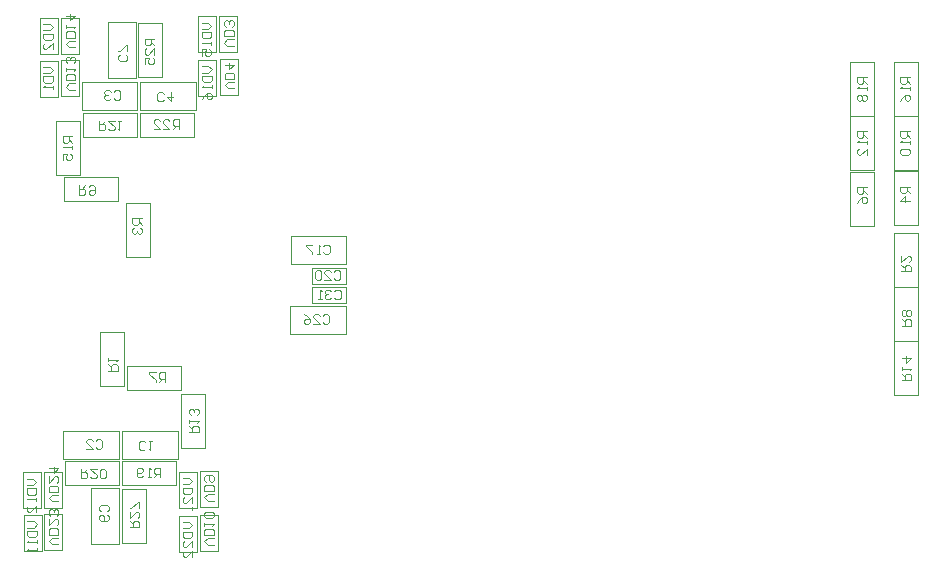
<source format=gbr>
%TF.GenerationSoftware,Altium Limited,Altium Designer,21.6.4 (81)*%
G04 Layer_Color=32896*
%FSLAX43Y43*%
%MOMM*%
%TF.SameCoordinates,C39744A4-4465-455E-AB15-BAA165A4C254*%
%TF.FilePolarity,Positive*%
%TF.FileFunction,Other,Bottom_Assembly*%
%TF.Part,Single*%
G01*
G75*
%TA.AperFunction,NonConductor*%
%ADD49C,0.100*%
D49*
X14983Y12670D02*
X19683D01*
X14983Y10320D02*
X19683D01*
Y12670D01*
X14983Y10320D02*
Y12670D01*
X78664Y39345D02*
Y43917D01*
X76632Y39345D02*
Y43917D01*
Y39345D02*
X78664D01*
X76632Y43917D02*
X78664D01*
Y34772D02*
Y39344D01*
X76632Y34772D02*
Y39344D01*
Y34772D02*
X78664D01*
X76632Y39344D02*
X78664D01*
Y30023D02*
Y34595D01*
X76632Y30023D02*
Y34595D01*
Y30023D02*
X78664D01*
X76632Y34595D02*
X78664D01*
X29209Y20885D02*
X33909D01*
X29209Y23235D02*
X33909D01*
X29209Y20885D02*
Y23235D01*
X33909Y20885D02*
Y23235D01*
Y25131D02*
Y26481D01*
X31059Y25131D02*
Y26481D01*
X33909D01*
X31059Y25131D02*
X33909D01*
X33963Y26786D02*
Y29136D01*
X29263Y26786D02*
Y29136D01*
X33963D01*
X29263Y26786D02*
X33963D01*
X33936Y23494D02*
Y24844D01*
X31086Y23494D02*
Y24844D01*
X33936D01*
X31086Y23494D02*
X33936D01*
X21532Y6221D02*
Y9269D01*
X23056Y6221D02*
Y9269D01*
X21532D02*
X23056D01*
X21532Y6221D02*
X23056D01*
X80315Y20269D02*
X82347D01*
X80315Y24841D02*
X82347D01*
Y20269D02*
Y24841D01*
X80315Y20269D02*
Y24841D01*
X80289Y24867D02*
X82321D01*
X80289Y29439D02*
X82321D01*
Y24867D02*
Y29439D01*
X80289Y24867D02*
Y29439D01*
Y34646D02*
X82321D01*
X80289Y30074D02*
X82321D01*
X80289D02*
Y34646D01*
X82321Y30074D02*
Y34646D01*
X15261Y31979D02*
X17293D01*
X15261Y27407D02*
X17293D01*
X15261D02*
Y31979D01*
X17293Y27407D02*
Y31979D01*
X14691Y3102D02*
Y7802D01*
X12341Y3102D02*
Y7802D01*
Y3102D02*
X14691D01*
X12341Y7802D02*
X14691D01*
X13132Y16459D02*
X15164D01*
X13132Y21031D02*
X15164D01*
Y16459D02*
Y21031D01*
X13132Y16459D02*
Y21031D01*
X21303Y6161D02*
Y9209D01*
X19779Y6161D02*
Y9209D01*
Y6161D02*
X21303D01*
X19779Y9209D02*
X21303D01*
X80315Y15672D02*
Y20244D01*
X82347Y15672D02*
Y20244D01*
X80315D02*
X82347D01*
X80315Y15672D02*
X82347D01*
X19929Y16154D02*
Y18186D01*
X15357Y16154D02*
Y18186D01*
X19929D01*
X15357Y16154D02*
X19929D01*
X19973Y11243D02*
X22005D01*
X19973Y15815D02*
X22005D01*
Y11243D02*
Y15815D01*
X19973Y11243D02*
Y15815D01*
X8103Y6112D02*
Y9160D01*
X6579Y6112D02*
Y9160D01*
Y6112D02*
X8103D01*
X6579Y9160D02*
X8103D01*
X8356Y6137D02*
Y9185D01*
X9880Y6137D02*
Y9185D01*
X8356D02*
X9880D01*
X8356Y6137D02*
X9880D01*
X8356Y2540D02*
Y5588D01*
X9880Y2540D02*
Y5588D01*
X8356D02*
X9880D01*
X8356Y2540D02*
X9880D01*
X8153Y2514D02*
Y5562D01*
X6629Y2514D02*
Y5562D01*
Y2514D02*
X8153D01*
X6629Y5562D02*
X8153D01*
X14943Y3191D02*
X16975D01*
X14943Y7763D02*
X16975D01*
Y3191D02*
Y7763D01*
X14943Y3191D02*
Y7763D01*
Y8068D02*
X19515D01*
X14943Y10100D02*
X19515D01*
X14943Y8068D02*
Y10100D01*
X19515Y8068D02*
Y10100D01*
X14691Y10320D02*
Y12670D01*
X9991Y10320D02*
Y12670D01*
X14691D01*
X9991Y10320D02*
X14691D01*
X10168Y10100D02*
X14740D01*
X10168Y8068D02*
X14740D01*
Y10100D01*
X10168Y8068D02*
Y10100D01*
X21303Y2437D02*
Y5485D01*
X19779Y2437D02*
Y5485D01*
Y2437D02*
X21303D01*
X19779Y5485D02*
X21303D01*
X21533Y2488D02*
Y5536D01*
X23057Y2488D02*
Y5536D01*
X21533D02*
X23057D01*
X21533Y2488D02*
X23057D01*
X9785Y40998D02*
Y44046D01*
X11309Y40998D02*
Y44046D01*
X9785D02*
X11309D01*
X9785Y40998D02*
X11309D01*
X9363Y38913D02*
X11395D01*
X9363Y34341D02*
X11395D01*
X9363D02*
Y38913D01*
X11395Y34341D02*
Y38913D01*
X10024Y32087D02*
Y34119D01*
X14596Y32087D02*
Y34119D01*
X10024Y32087D02*
X14596D01*
X10024Y34119D02*
X14596D01*
X11700Y37566D02*
Y39598D01*
X16272Y37566D02*
Y39598D01*
X11700Y37566D02*
X16272D01*
X11700Y39598D02*
X16272D01*
X23240Y41122D02*
Y44170D01*
X24764Y41122D02*
Y44170D01*
X23240D02*
X24764D01*
X23240Y41122D02*
X24764D01*
X16521Y39852D02*
Y42202D01*
X21221Y39852D02*
Y42202D01*
X16521Y39852D02*
X21221D01*
X16521Y42202D02*
X21221D01*
X9505Y44608D02*
Y47656D01*
X7981Y44608D02*
Y47656D01*
Y44608D02*
X9505D01*
X7981Y47656D02*
X9505D01*
X80289Y39344D02*
X82321D01*
X80289Y34772D02*
X82321D01*
X80289D02*
Y39344D01*
X82321Y34772D02*
Y39344D01*
X16510Y37566D02*
X21082D01*
X16510Y39598D02*
X21082D01*
X16510Y37566D02*
Y39598D01*
X21082Y37566D02*
Y39598D01*
X80289Y43917D02*
X82321D01*
X80289Y39345D02*
X82321D01*
X80289D02*
Y43917D01*
X82321Y39345D02*
Y43917D01*
X23190Y44732D02*
Y47780D01*
X24714Y44732D02*
Y47780D01*
X23190D02*
X24714D01*
X23190Y44732D02*
X24714D01*
X22905D02*
Y47780D01*
X21381Y44732D02*
Y47780D01*
Y44732D02*
X22905D01*
X21381Y47780D02*
X22905D01*
X22960Y41039D02*
Y44087D01*
X21436Y41039D02*
Y44087D01*
Y41039D02*
X22960D01*
X21436Y44087D02*
X22960D01*
X18355Y42599D02*
Y47171D01*
X16323Y42599D02*
Y47171D01*
Y42599D02*
X18355D01*
X16323Y47171D02*
X18355D01*
X13776Y42566D02*
X16126D01*
X13776Y47266D02*
X16126D01*
Y42566D02*
Y47266D01*
X13776Y42566D02*
Y47266D01*
X11534Y39864D02*
X16234D01*
X11534Y42214D02*
X16234D01*
X11534Y39864D02*
Y42214D01*
X16234Y39864D02*
Y42214D01*
X9505Y40973D02*
Y44021D01*
X7981Y40973D02*
Y44021D01*
Y40973D02*
X9505D01*
X7981Y44021D02*
X9505D01*
X9785Y44609D02*
Y47657D01*
X11309Y44609D02*
Y47657D01*
X9785D02*
X11309D01*
X9785Y44609D02*
X11309D01*
X16941Y11154D02*
X16808Y11020D01*
X16541D01*
X16408Y11154D01*
Y11687D01*
X16541Y11820D01*
X16808D01*
X16941Y11687D01*
X17208Y11820D02*
X17475D01*
X17341D01*
Y11020D01*
X17208Y11154D01*
X77998Y42606D02*
X77198D01*
Y42206D01*
X77331Y42072D01*
X77598D01*
X77731Y42206D01*
Y42606D01*
Y42339D02*
X77998Y42072D01*
Y41806D02*
Y41539D01*
Y41673D01*
X77198D01*
X77331Y41806D01*
Y41139D02*
X77198Y41006D01*
Y40740D01*
X77331Y40606D01*
X77465D01*
X77598Y40740D01*
X77731Y40606D01*
X77865D01*
X77998Y40740D01*
Y41006D01*
X77865Y41139D01*
X77731D01*
X77598Y41006D01*
X77465Y41139D01*
X77331D01*
X77598Y41006D02*
Y40740D01*
X77998Y38033D02*
X77198D01*
Y37634D01*
X77331Y37500D01*
X77598D01*
X77731Y37634D01*
Y38033D01*
Y37767D02*
X77998Y37500D01*
Y37234D02*
Y36967D01*
Y37100D01*
X77198D01*
X77331Y37234D01*
X77998Y36034D02*
Y36567D01*
X77465Y36034D01*
X77331D01*
X77198Y36167D01*
Y36434D01*
X77331Y36567D01*
X77998Y33284D02*
X77198D01*
Y32884D01*
X77331Y32751D01*
X77598D01*
X77731Y32884D01*
Y33284D01*
Y33017D02*
X77998Y32751D01*
X77198Y31951D02*
X77331Y32217D01*
X77598Y32484D01*
X77865D01*
X77998Y32351D01*
Y32084D01*
X77865Y31951D01*
X77731D01*
X77598Y32084D01*
Y32484D01*
X31951Y22402D02*
X32084Y22535D01*
X32351D01*
X32484Y22402D01*
Y21869D01*
X32351Y21735D01*
X32084D01*
X31951Y21869D01*
X31151Y21735D02*
X31684D01*
X31151Y22269D01*
Y22402D01*
X31285Y22535D01*
X31551D01*
X31684Y22402D01*
X30352Y22535D02*
X30618Y22402D01*
X30885Y22135D01*
Y21869D01*
X30751Y21735D01*
X30485D01*
X30352Y21869D01*
Y22002D01*
X30485Y22135D01*
X30885D01*
X32901Y26123D02*
X33034Y26256D01*
X33301D01*
X33434Y26123D01*
Y25590D01*
X33301Y25456D01*
X33034D01*
X32901Y25590D01*
X32101Y25456D02*
X32634D01*
X32101Y25990D01*
Y26123D01*
X32235Y26256D01*
X32501D01*
X32634Y26123D01*
X31835D02*
X31701Y26256D01*
X31435D01*
X31302Y26123D01*
Y25590D01*
X31435Y25456D01*
X31701D01*
X31835Y25590D01*
Y26123D01*
X32004Y28302D02*
X32138Y28436D01*
X32404D01*
X32538Y28302D01*
Y27769D01*
X32404Y27636D01*
X32138D01*
X32004Y27769D01*
X31738Y27636D02*
X31471D01*
X31604D01*
Y28436D01*
X31738Y28302D01*
X31071Y28436D02*
X30538D01*
Y28302D01*
X31071Y27769D01*
Y27636D01*
X32928Y24485D02*
X33062Y24618D01*
X33328D01*
X33461Y24485D01*
Y23952D01*
X33328Y23819D01*
X33062D01*
X32928Y23952D01*
X32662Y24485D02*
X32528Y24618D01*
X32262D01*
X32129Y24485D01*
Y24352D01*
X32262Y24219D01*
X32395D01*
X32262D01*
X32129Y24085D01*
Y23952D01*
X32262Y23819D01*
X32528D01*
X32662Y23952D01*
X31862Y23819D02*
X31595D01*
X31729D01*
Y24618D01*
X31862Y24485D01*
X22744Y6770D02*
X22211D01*
X21944Y7037D01*
X22211Y7303D01*
X22744D01*
Y7570D02*
X21944D01*
Y7970D01*
X22077Y8103D01*
X22611D01*
X22744Y7970D01*
Y7570D01*
X22077Y8370D02*
X21944Y8503D01*
Y8770D01*
X22077Y8903D01*
X22611D01*
X22744Y8770D01*
Y8503D01*
X22611Y8370D01*
X22477D01*
X22344Y8503D01*
Y8903D01*
X80981Y21580D02*
X81781D01*
Y21980D01*
X81647Y22113D01*
X81381D01*
X81247Y21980D01*
Y21580D01*
Y21847D02*
X80981Y22113D01*
X81647Y22380D02*
X81781Y22513D01*
Y22780D01*
X81647Y22913D01*
X81514D01*
X81381Y22780D01*
X81247Y22913D01*
X81114D01*
X80981Y22780D01*
Y22513D01*
X81114Y22380D01*
X81247D01*
X81381Y22513D01*
X81514Y22380D01*
X81647D01*
X81381Y22513D02*
Y22780D01*
X80955Y26178D02*
X81755D01*
Y26577D01*
X81622Y26711D01*
X81355D01*
X81222Y26577D01*
Y26178D01*
Y26444D02*
X80955Y26711D01*
Y27510D02*
Y26977D01*
X81489Y27510D01*
X81622D01*
X81755Y27377D01*
Y27111D01*
X81622Y26977D01*
X81655Y33335D02*
X80856D01*
Y32935D01*
X80989Y32801D01*
X81256D01*
X81389Y32935D01*
Y33335D01*
Y33068D02*
X81655Y32801D01*
Y32135D02*
X80856D01*
X81256Y32535D01*
Y32002D01*
X16627Y30668D02*
X15828D01*
Y30268D01*
X15961Y30134D01*
X16228D01*
X16361Y30268D01*
Y30668D01*
Y30401D02*
X16627Y30134D01*
X15961Y29868D02*
X15828Y29735D01*
Y29468D01*
X15961Y29335D01*
X16094D01*
X16228Y29468D01*
Y29601D01*
Y29468D01*
X16361Y29335D01*
X16494D01*
X16627Y29468D01*
Y29735D01*
X16494Y29868D01*
X13174Y5844D02*
X13041Y5977D01*
Y6244D01*
X13174Y6377D01*
X13708D01*
X13841Y6244D01*
Y5977D01*
X13708Y5844D01*
Y5577D02*
X13841Y5444D01*
Y5177D01*
X13708Y5044D01*
X13174D01*
X13041Y5177D01*
Y5444D01*
X13174Y5577D01*
X13308D01*
X13441Y5444D01*
Y5044D01*
X13798Y17770D02*
X14598D01*
Y18170D01*
X14464Y18303D01*
X14198D01*
X14064Y18170D01*
Y17770D01*
Y18037D02*
X13798Y18303D01*
Y18570D02*
Y18837D01*
Y18703D01*
X14598D01*
X14464Y18570D01*
X20091Y8660D02*
X20624D01*
X20891Y8393D01*
X20624Y8126D01*
X20091D01*
Y7860D02*
X20891D01*
Y7460D01*
X20758Y7327D01*
X20225D01*
X20091Y7460D01*
Y7860D01*
X20891Y6527D02*
Y7060D01*
X20358Y6527D01*
X20225D01*
X20091Y6660D01*
Y6927D01*
X20225Y7060D01*
X20891Y6260D02*
Y5994D01*
Y6127D01*
X20091D01*
X20225Y6260D01*
X80981Y16983D02*
X81781D01*
Y17383D01*
X81647Y17516D01*
X81381D01*
X81247Y17383D01*
Y16983D01*
Y17249D02*
X80981Y17516D01*
Y17783D02*
Y18049D01*
Y17916D01*
X81781D01*
X81647Y17783D01*
X80981Y18849D02*
X81781D01*
X81381Y18449D01*
Y18982D01*
X18618Y16820D02*
Y17620D01*
X18218D01*
X18085Y17487D01*
Y17220D01*
X18218Y17087D01*
X18618D01*
X18351D02*
X18085Y16820D01*
X17818Y17620D02*
X17285D01*
Y17487D01*
X17818Y16954D01*
Y16820D01*
X20639Y12554D02*
X21438D01*
Y12954D01*
X21305Y13087D01*
X21038D01*
X20905Y12954D01*
Y12554D01*
Y12821D02*
X20639Y13087D01*
Y13354D02*
Y13620D01*
Y13487D01*
X21438D01*
X21305Y13354D01*
Y14020D02*
X21438Y14154D01*
Y14420D01*
X21305Y14553D01*
X21172D01*
X21038Y14420D01*
Y14287D01*
Y14420D01*
X20905Y14553D01*
X20772D01*
X20639Y14420D01*
Y14154D01*
X20772Y14020D01*
X6891Y8611D02*
X7424D01*
X7691Y8344D01*
X7424Y8078D01*
X6891D01*
Y7811D02*
X7691D01*
Y7411D01*
X7558Y7278D01*
X7024D01*
X6891Y7411D01*
Y7811D01*
X7691Y7011D02*
Y6745D01*
Y6878D01*
X6891D01*
X7024Y7011D01*
X7691Y5812D02*
Y6345D01*
X7158Y5812D01*
X7024D01*
X6891Y5945D01*
Y6212D01*
X7024Y6345D01*
X9568Y6686D02*
X9035D01*
X8768Y6953D01*
X9035Y7219D01*
X9568D01*
Y7486D02*
X8768D01*
Y7886D01*
X8902Y8019D01*
X9435D01*
X9568Y7886D01*
Y7486D01*
X8768Y8819D02*
Y8286D01*
X9302Y8819D01*
X9435D01*
X9568Y8686D01*
Y8419D01*
X9435Y8286D01*
X8768Y9485D02*
X9568D01*
X9168Y9085D01*
Y9619D01*
X9568Y3089D02*
X9035D01*
X8768Y3355D01*
X9035Y3622D01*
X9568D01*
Y3889D02*
X8768D01*
Y4288D01*
X8902Y4422D01*
X9435D01*
X9568Y4288D01*
Y3889D01*
X8768Y5221D02*
Y4688D01*
X9301Y5221D01*
X9435D01*
X9568Y5088D01*
Y4822D01*
X9435Y4688D01*
Y5488D02*
X9568Y5621D01*
Y5888D01*
X9435Y6021D01*
X9301D01*
X9168Y5888D01*
Y5755D01*
Y5888D01*
X9035Y6021D01*
X8902D01*
X8768Y5888D01*
Y5621D01*
X8902Y5488D01*
X6942Y5013D02*
X7475D01*
X7741Y4747D01*
X7475Y4480D01*
X6942D01*
Y4214D02*
X7741D01*
Y3814D01*
X7608Y3680D01*
X7075D01*
X6942Y3814D01*
Y4214D01*
X7741Y3414D02*
Y3147D01*
Y3281D01*
X6942D01*
X7075Y3414D01*
X7741Y2747D02*
Y2481D01*
Y2614D01*
X6942D01*
X7075Y2747D01*
X15609Y4502D02*
X16409D01*
Y4902D01*
X16276Y5035D01*
X16009D01*
X15876Y4902D01*
Y4502D01*
Y4769D02*
X15609Y5035D01*
Y5835D02*
Y5302D01*
X16143Y5835D01*
X16276D01*
X16409Y5702D01*
Y5435D01*
X16276Y5302D01*
X16409Y6102D02*
Y6635D01*
X16276D01*
X15743Y6102D01*
X15609D01*
X18204Y8734D02*
Y9534D01*
X17805D01*
X17671Y9401D01*
Y9134D01*
X17805Y9001D01*
X18204D01*
X17938D02*
X17671Y8734D01*
X17405D02*
X17138D01*
X17271D01*
Y9534D01*
X17405Y9401D01*
X16738Y8867D02*
X16605Y8734D01*
X16338D01*
X16205Y8867D01*
Y9401D01*
X16338Y9534D01*
X16605D01*
X16738Y9401D01*
Y9267D01*
X16605Y9134D01*
X16205D01*
X12733Y11837D02*
X12866Y11970D01*
X13133D01*
X13266Y11837D01*
Y11303D01*
X13133Y11170D01*
X12866D01*
X12733Y11303D01*
X11933Y11170D02*
X12466D01*
X11933Y11703D01*
Y11837D01*
X12066Y11970D01*
X12333D01*
X12466Y11837D01*
X11479Y9434D02*
Y8634D01*
X11879D01*
X12012Y8768D01*
Y9034D01*
X11879Y9167D01*
X11479D01*
X11746D02*
X12012Y9434D01*
X12812D02*
X12279D01*
X12812Y8901D01*
Y8768D01*
X12679Y8634D01*
X12412D01*
X12279Y8768D01*
X13079D02*
X13212Y8634D01*
X13479D01*
X13612Y8768D01*
Y9301D01*
X13479Y9434D01*
X13212D01*
X13079Y9301D01*
Y8768D01*
X20091Y4936D02*
X20624D01*
X20891Y4669D01*
X20624Y4403D01*
X20091D01*
Y4136D02*
X20891D01*
Y3736D01*
X20758Y3603D01*
X20225D01*
X20091Y3736D01*
Y4136D01*
X20891Y2803D02*
Y3336D01*
X20358Y2803D01*
X20225D01*
X20091Y2936D01*
Y3203D01*
X20225Y3336D01*
X20891Y2003D02*
Y2536D01*
X20358Y2003D01*
X20225D01*
X20091Y2137D01*
Y2403D01*
X20225Y2536D01*
X22744Y3037D02*
X22211D01*
X21945Y3303D01*
X22211Y3570D01*
X22744D01*
Y3836D02*
X21945D01*
Y4236D01*
X22078Y4369D01*
X22611D01*
X22744Y4236D01*
Y3836D01*
X21945Y4636D02*
Y4903D01*
Y4769D01*
X22744D01*
X22611Y4636D01*
Y5302D02*
X22744Y5436D01*
Y5702D01*
X22611Y5836D01*
X22078D01*
X21945Y5702D01*
Y5436D01*
X22078Y5302D01*
X22611D01*
X10997Y41547D02*
X10463D01*
X10197Y41814D01*
X10463Y42080D01*
X10997D01*
Y42347D02*
X10197D01*
Y42747D01*
X10330Y42880D01*
X10863D01*
X10997Y42747D01*
Y42347D01*
X10197Y43147D02*
Y43413D01*
Y43280D01*
X10997D01*
X10863Y43147D01*
Y43813D02*
X10997Y43946D01*
Y44213D01*
X10863Y44346D01*
X10730D01*
X10597Y44213D01*
Y44080D01*
Y44213D01*
X10463Y44346D01*
X10330D01*
X10197Y44213D01*
Y43946D01*
X10330Y43813D01*
X10729Y37602D02*
X9929D01*
Y37202D01*
X10063Y37068D01*
X10329D01*
X10463Y37202D01*
Y37602D01*
Y37335D02*
X10729Y37068D01*
Y36802D02*
Y36535D01*
Y36669D01*
X9929D01*
X10063Y36802D01*
X9929Y35602D02*
Y36135D01*
X10329D01*
X10196Y35869D01*
Y35736D01*
X10329Y35602D01*
X10596D01*
X10729Y35736D01*
Y36002D01*
X10596Y36135D01*
X11335Y33453D02*
Y32653D01*
X11734D01*
X11868Y32786D01*
Y33053D01*
X11734Y33186D01*
X11335D01*
X11601D02*
X11868Y33453D01*
X12134Y33319D02*
X12268Y33453D01*
X12534D01*
X12667Y33319D01*
Y32786D01*
X12534Y32653D01*
X12268D01*
X12134Y32786D01*
Y32919D01*
X12268Y33053D01*
X12667D01*
X13011Y38932D02*
Y38133D01*
X13411D01*
X13544Y38266D01*
Y38533D01*
X13411Y38666D01*
X13011D01*
X13278D02*
X13544Y38932D01*
X14344D02*
X13811D01*
X14344Y38399D01*
Y38266D01*
X14211Y38133D01*
X13944D01*
X13811Y38266D01*
X14610Y38932D02*
X14877D01*
X14744D01*
Y38133D01*
X14610Y38266D01*
X24452Y41671D02*
X23918D01*
X23652Y41937D01*
X23918Y42204D01*
X24452D01*
Y42470D02*
X23652D01*
Y42870D01*
X23785Y43003D01*
X24318D01*
X24452Y42870D01*
Y42470D01*
X23652Y43670D02*
X24452D01*
X24052Y43270D01*
Y43803D01*
X18479Y40686D02*
X18346Y40553D01*
X18079D01*
X17946Y40686D01*
Y41219D01*
X18079Y41352D01*
X18346D01*
X18479Y41219D01*
X19145Y41352D02*
Y40553D01*
X18746Y40952D01*
X19279D01*
X8294Y47107D02*
X8827D01*
X9093Y46841D01*
X8827Y46574D01*
X8294D01*
Y46308D02*
X9093D01*
Y45908D01*
X8960Y45775D01*
X8427D01*
X8294Y45908D01*
Y46308D01*
X9093Y44975D02*
Y45508D01*
X8560Y44975D01*
X8427D01*
X8294Y45108D01*
Y45375D01*
X8427Y45508D01*
X81655Y38033D02*
X80856D01*
Y37634D01*
X80989Y37500D01*
X81256D01*
X81389Y37634D01*
Y38033D01*
Y37767D02*
X81655Y37500D01*
Y37234D02*
Y36967D01*
Y37100D01*
X80856D01*
X80989Y37234D01*
Y36567D02*
X80856Y36434D01*
Y36167D01*
X80989Y36034D01*
X81522D01*
X81655Y36167D01*
Y36434D01*
X81522Y36567D01*
X80989D01*
X19771Y38232D02*
Y39032D01*
X19371D01*
X19238Y38899D01*
Y38632D01*
X19371Y38499D01*
X19771D01*
X19504D02*
X19238Y38232D01*
X18438D02*
X18971D01*
X18438Y38765D01*
Y38899D01*
X18571Y39032D01*
X18838D01*
X18971Y38899D01*
X17638Y38232D02*
X18171D01*
X17638Y38765D01*
Y38899D01*
X17771Y39032D01*
X18038D01*
X18171Y38899D01*
X81655Y42606D02*
X80856D01*
Y42206D01*
X80989Y42072D01*
X81256D01*
X81389Y42206D01*
Y42606D01*
Y42339D02*
X81655Y42072D01*
Y41806D02*
Y41539D01*
Y41673D01*
X80856D01*
X80989Y41806D01*
X80856Y40606D02*
X80989Y40873D01*
X81256Y41139D01*
X81522D01*
X81655Y41006D01*
Y40740D01*
X81522Y40606D01*
X81389D01*
X81256Y40740D01*
Y41139D01*
X24402Y45281D02*
X23869D01*
X23602Y45547D01*
X23869Y45814D01*
X24402D01*
Y46081D02*
X23602D01*
Y46480D01*
X23735Y46614D01*
X24269D01*
X24402Y46480D01*
Y46081D01*
X24269Y46880D02*
X24402Y47014D01*
Y47280D01*
X24269Y47414D01*
X24135D01*
X24002Y47280D01*
Y47147D01*
Y47280D01*
X23869Y47414D01*
X23735D01*
X23602Y47280D01*
Y47014D01*
X23735Y46880D01*
X21693Y47231D02*
X22226D01*
X22493Y46964D01*
X22226Y46698D01*
X21693D01*
Y46431D02*
X22493D01*
Y46031D01*
X22360Y45898D01*
X21827D01*
X21693Y46031D01*
Y46431D01*
X22493Y45631D02*
Y45365D01*
Y45498D01*
X21693D01*
X21827Y45631D01*
X21693Y44432D02*
Y44965D01*
X22093D01*
X21960Y44698D01*
Y44565D01*
X22093Y44432D01*
X22360D01*
X22493Y44565D01*
Y44832D01*
X22360Y44965D01*
X21749Y43538D02*
X22282D01*
X22548Y43271D01*
X22282Y43005D01*
X21749D01*
Y42738D02*
X22548D01*
Y42338D01*
X22415Y42205D01*
X21882D01*
X21749Y42338D01*
Y42738D01*
X22548Y41938D02*
Y41672D01*
Y41805D01*
X21749D01*
X21882Y41938D01*
X21749Y40739D02*
X21882Y41005D01*
X22149Y41272D01*
X22415D01*
X22548Y41138D01*
Y40872D01*
X22415Y40739D01*
X22282D01*
X22149Y40872D01*
Y41272D01*
X17689Y45860D02*
X16889D01*
Y45460D01*
X17022Y45327D01*
X17289D01*
X17422Y45460D01*
Y45860D01*
Y45593D02*
X17689Y45327D01*
Y44527D02*
Y45060D01*
X17156Y44527D01*
X17022D01*
X16889Y44660D01*
Y44927D01*
X17022Y45060D01*
X16889Y43727D02*
Y44260D01*
X17289D01*
X17156Y43994D01*
Y43860D01*
X17289Y43727D01*
X17556D01*
X17689Y43860D01*
Y44127D01*
X17556Y44260D01*
X15293Y44524D02*
X15426Y44391D01*
Y44124D01*
X15293Y43991D01*
X14759D01*
X14626Y44124D01*
Y44391D01*
X14759Y44524D01*
X15426Y44791D02*
Y45324D01*
X15293D01*
X14759Y44791D01*
X14626D01*
X14276Y41380D02*
X14410Y41513D01*
X14676D01*
X14809Y41380D01*
Y40847D01*
X14676Y40714D01*
X14410D01*
X14276Y40847D01*
X14010Y41380D02*
X13876Y41513D01*
X13610D01*
X13476Y41380D01*
Y41247D01*
X13610Y41114D01*
X13743D01*
X13610D01*
X13476Y40980D01*
Y40847D01*
X13610Y40714D01*
X13876D01*
X14010Y40847D01*
X8294Y43472D02*
X8827D01*
X9093Y43205D01*
X8827Y42939D01*
X8294D01*
Y42672D02*
X9093D01*
Y42272D01*
X8960Y42139D01*
X8427D01*
X8294Y42272D01*
Y42672D01*
X9093Y41872D02*
Y41606D01*
Y41739D01*
X8294D01*
X8427Y41872D01*
X10996Y45158D02*
X10463D01*
X10197Y45424D01*
X10463Y45691D01*
X10996D01*
Y45957D02*
X10197D01*
Y46357D01*
X10330Y46490D01*
X10863D01*
X10996Y46357D01*
Y45957D01*
X10197Y46757D02*
Y47024D01*
Y46890D01*
X10996D01*
X10863Y46757D01*
X10197Y47823D02*
X10996D01*
X10596Y47423D01*
Y47957D01*
%TF.MD5,d6bc2f3d552779cc399ca8c1b1a45408*%
M02*

</source>
